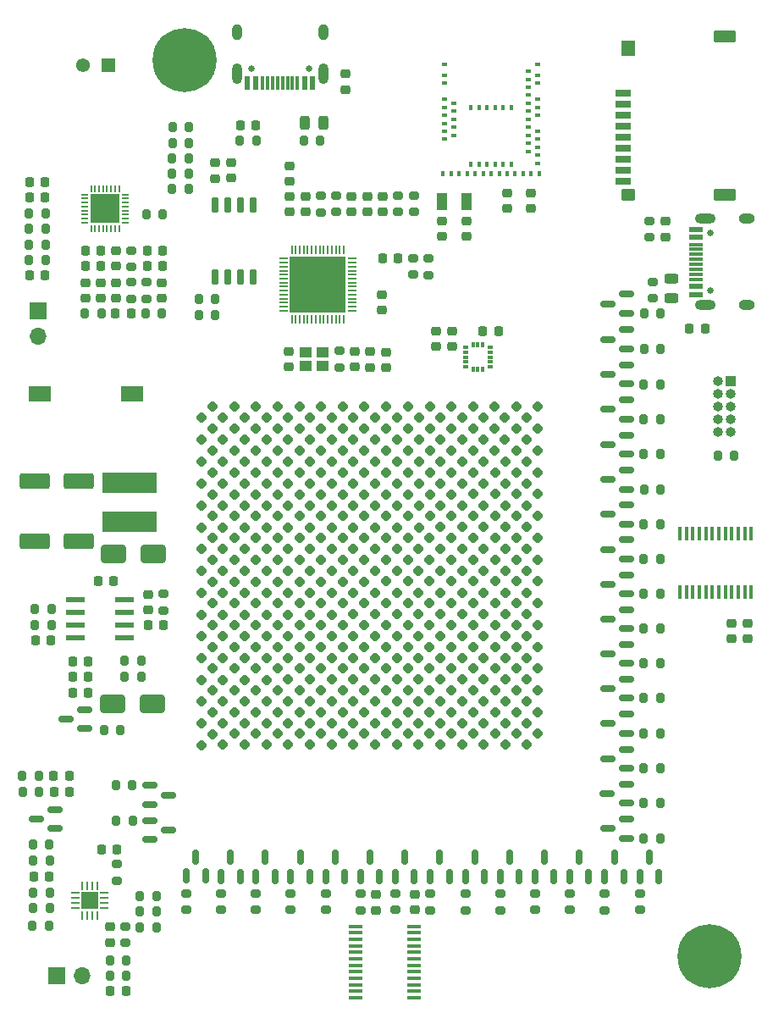
<source format=gbr>
%TF.GenerationSoftware,KiCad,Pcbnew,7.0.2*%
%TF.CreationDate,2023-07-17T10:45:44+03:00*%
%TF.ProjectId,DeskSandGlass,4465736b-5361-46e6-9447-6c6173732e6b,rev?*%
%TF.SameCoordinates,Original*%
%TF.FileFunction,Soldermask,Top*%
%TF.FilePolarity,Negative*%
%FSLAX46Y46*%
G04 Gerber Fmt 4.6, Leading zero omitted, Abs format (unit mm)*
G04 Created by KiCad (PCBNEW 7.0.2) date 2023-07-17 10:45:44*
%MOMM*%
%LPD*%
G01*
G04 APERTURE LIST*
G04 Aperture macros list*
%AMRoundRect*
0 Rectangle with rounded corners*
0 $1 Rounding radius*
0 $2 $3 $4 $5 $6 $7 $8 $9 X,Y pos of 4 corners*
0 Add a 4 corners polygon primitive as box body*
4,1,4,$2,$3,$4,$5,$6,$7,$8,$9,$2,$3,0*
0 Add four circle primitives for the rounded corners*
1,1,$1+$1,$2,$3*
1,1,$1+$1,$4,$5*
1,1,$1+$1,$6,$7*
1,1,$1+$1,$8,$9*
0 Add four rect primitives between the rounded corners*
20,1,$1+$1,$2,$3,$4,$5,0*
20,1,$1+$1,$4,$5,$6,$7,0*
20,1,$1+$1,$6,$7,$8,$9,0*
20,1,$1+$1,$8,$9,$2,$3,0*%
G04 Aperture macros list end*
%ADD10RoundRect,0.218750X0.026517X-0.335876X0.335876X-0.026517X-0.026517X0.335876X-0.335876X0.026517X0*%
%ADD11RoundRect,0.200000X-0.200000X-0.275000X0.200000X-0.275000X0.200000X0.275000X-0.200000X0.275000X0*%
%ADD12RoundRect,0.200000X0.275000X-0.200000X0.275000X0.200000X-0.275000X0.200000X-0.275000X-0.200000X0*%
%ADD13RoundRect,0.200000X0.200000X0.275000X-0.200000X0.275000X-0.200000X-0.275000X0.200000X-0.275000X0*%
%ADD14R,1.700000X1.700000*%
%ADD15O,1.700000X1.700000*%
%ADD16RoundRect,0.150000X0.587500X0.150000X-0.587500X0.150000X-0.587500X-0.150000X0.587500X-0.150000X0*%
%ADD17RoundRect,0.225000X0.225000X0.250000X-0.225000X0.250000X-0.225000X-0.250000X0.225000X-0.250000X0*%
%ADD18RoundRect,0.070000X0.730000X-0.280000X0.730000X0.280000X-0.730000X0.280000X-0.730000X-0.280000X0*%
%ADD19RoundRect,0.140000X0.560000X-0.660000X0.560000X0.660000X-0.560000X0.660000X-0.560000X-0.660000X0*%
%ADD20RoundRect,0.120000X0.580000X-0.480000X0.580000X0.480000X-0.580000X0.480000X-0.580000X-0.480000X0*%
%ADD21RoundRect,0.120000X0.980000X-0.480000X0.980000X0.480000X-0.980000X0.480000X-0.980000X-0.480000X0*%
%ADD22C,0.800000*%
%ADD23C,6.400000*%
%ADD24RoundRect,0.225000X-0.225000X-0.250000X0.225000X-0.250000X0.225000X0.250000X-0.225000X0.250000X0*%
%ADD25RoundRect,0.225000X0.250000X-0.225000X0.250000X0.225000X-0.250000X0.225000X-0.250000X-0.225000X0*%
%ADD26RoundRect,0.200000X-0.275000X0.200000X-0.275000X-0.200000X0.275000X-0.200000X0.275000X0.200000X0*%
%ADD27R,1.378000X1.378000*%
%ADD28C,1.378000*%
%ADD29RoundRect,0.150000X0.150000X-0.587500X0.150000X0.587500X-0.150000X0.587500X-0.150000X-0.587500X0*%
%ADD30C,0.650000*%
%ADD31R,0.600000X1.450000*%
%ADD32R,0.300000X1.450000*%
%ADD33O,1.000000X2.100000*%
%ADD34O,1.000000X1.600000*%
%ADD35RoundRect,0.225000X-0.250000X0.225000X-0.250000X-0.225000X0.250000X-0.225000X0.250000X0.225000X0*%
%ADD36RoundRect,0.150000X-0.587500X-0.150000X0.587500X-0.150000X0.587500X0.150000X-0.587500X0.150000X0*%
%ADD37RoundRect,0.243750X-0.456250X0.243750X-0.456250X-0.243750X0.456250X-0.243750X0.456250X0.243750X0*%
%ADD38R,0.600000X0.400000*%
%ADD39R,0.400000X0.600000*%
%ADD40R,0.355600X1.473200*%
%ADD41RoundRect,0.250000X1.250000X0.550000X-1.250000X0.550000X-1.250000X-0.550000X1.250000X-0.550000X0*%
%ADD42R,1.000000X1.800000*%
%ADD43RoundRect,0.218750X0.218750X0.256250X-0.218750X0.256250X-0.218750X-0.256250X0.218750X-0.256250X0*%
%ADD44R,5.500000X2.150000*%
%ADD45RoundRect,0.050000X-0.387500X-0.050000X0.387500X-0.050000X0.387500X0.050000X-0.387500X0.050000X0*%
%ADD46RoundRect,0.050000X-0.050000X-0.387500X0.050000X-0.387500X0.050000X0.387500X-0.050000X0.387500X0*%
%ADD47R,5.600000X5.600000*%
%ADD48RoundRect,0.243750X-0.243750X-0.456250X0.243750X-0.456250X0.243750X0.456250X-0.243750X0.456250X0*%
%ADD49RoundRect,0.250000X-1.000000X-0.650000X1.000000X-0.650000X1.000000X0.650000X-1.000000X0.650000X0*%
%ADD50RoundRect,0.150000X0.150000X-0.650000X0.150000X0.650000X-0.150000X0.650000X-0.150000X-0.650000X0*%
%ADD51RoundRect,0.087500X-0.187500X-0.087500X0.187500X-0.087500X0.187500X0.087500X-0.187500X0.087500X0*%
%ADD52RoundRect,0.087500X-0.087500X-0.187500X0.087500X-0.187500X0.087500X0.187500X-0.087500X0.187500X0*%
%ADD53R,1.150000X1.000000*%
%ADD54R,2.180000X1.600000*%
%ADD55R,1.000000X1.000000*%
%ADD56O,1.000000X1.000000*%
%ADD57RoundRect,0.218750X0.256250X-0.218750X0.256250X0.218750X-0.256250X0.218750X-0.256250X-0.218750X0*%
%ADD58RoundRect,0.050000X0.300000X0.050000X-0.300000X0.050000X-0.300000X-0.050000X0.300000X-0.050000X0*%
%ADD59RoundRect,0.050000X0.050000X0.300000X-0.050000X0.300000X-0.050000X-0.300000X0.050000X-0.300000X0*%
%ADD60R,2.900000X2.900000*%
%ADD61R,1.981200X0.558800*%
%ADD62RoundRect,0.218750X-0.256250X0.218750X-0.256250X-0.218750X0.256250X-0.218750X0.256250X0.218750X0*%
%ADD63R,0.254000X0.812800*%
%ADD64R,0.812800X0.254000*%
%ADD65R,1.752600X1.752600*%
%ADD66R,1.450000X0.600000*%
%ADD67R,1.450000X0.300000*%
%ADD68O,2.100000X1.000000*%
%ADD69O,1.600000X1.000000*%
%ADD70R,1.473200X0.355600*%
G04 APERTURE END LIST*
D10*
%TO.C,D29*%
X132863687Y-110582381D03*
X133977381Y-109468687D03*
%TD*%
D11*
%TO.C,R12*%
X174933034Y-81025534D03*
X176583034Y-81025534D03*
%TD*%
D12*
%TO.C,R9*%
X144505534Y-79365534D03*
X144505534Y-77715534D03*
%TD*%
D13*
%TO.C,R77*%
X115443034Y-135145534D03*
X113793034Y-135145534D03*
%TD*%
D10*
%TO.C,D65*%
X139388687Y-84407381D03*
X140502381Y-83293687D03*
%TD*%
D11*
%TO.C,R44*%
X113445534Y-67060534D03*
X115095534Y-67060534D03*
%TD*%
D14*
%TO.C,LS1*%
X114360534Y-73670534D03*
D15*
X114360534Y-76210534D03*
%TD*%
D16*
%TO.C,Q7*%
X173203034Y-94995534D03*
X173203034Y-93095534D03*
X171328034Y-94045534D03*
%TD*%
D10*
%TO.C,D181*%
X154588687Y-93157381D03*
X155702381Y-92043687D03*
%TD*%
%TO.C,D73*%
X139388687Y-101882381D03*
X140502381Y-100768687D03*
%TD*%
%TO.C,D177*%
X154613687Y-84407381D03*
X155727381Y-83293687D03*
%TD*%
D17*
%TO.C,C48*%
X115670534Y-106635534D03*
X114120534Y-106635534D03*
%TD*%
D10*
%TO.C,D85*%
X141563687Y-93157381D03*
X142677381Y-92043687D03*
%TD*%
%TO.C,D52*%
X137213687Y-90957381D03*
X138327381Y-89843687D03*
%TD*%
%TO.C,D14*%
X130688687Y-112757381D03*
X131802381Y-111643687D03*
%TD*%
%TO.C,D250*%
X163238687Y-104032381D03*
X164352381Y-102918687D03*
%TD*%
D18*
%TO.C,U10*%
X172905534Y-51935534D03*
X172905534Y-53035534D03*
X172905534Y-54135534D03*
X172905534Y-55235534D03*
X172905534Y-56335534D03*
X172905534Y-57435534D03*
X172905534Y-58535534D03*
X172905534Y-59635534D03*
X172905534Y-60735534D03*
D19*
X173405534Y-47435534D03*
D20*
X173405534Y-62135534D03*
D21*
X183005534Y-46235534D03*
X183005534Y-62135534D03*
%TD*%
D22*
%TO.C,REF\u002A\u002A*%
X179100000Y-138200000D03*
X179802944Y-136502944D03*
X179802944Y-139897056D03*
X181500000Y-135800000D03*
D23*
X181500000Y-138200000D03*
D22*
X181500000Y-140600000D03*
X183197056Y-136502944D03*
X183197056Y-139897056D03*
X183900000Y-138200000D03*
%TD*%
D10*
%TO.C,D150*%
X150238687Y-95332381D03*
X151352381Y-94218687D03*
%TD*%
%TO.C,D220*%
X158938687Y-108382381D03*
X160052381Y-107268687D03*
%TD*%
D24*
%TO.C,C42*%
X120723034Y-127545534D03*
X122273034Y-127545534D03*
%TD*%
D10*
%TO.C,D76*%
X139388687Y-108407381D03*
X140502381Y-107293687D03*
%TD*%
D25*
%TO.C,C51*%
X125405534Y-103595534D03*
X125405534Y-102045534D03*
%TD*%
D10*
%TO.C,D96*%
X141563687Y-117082381D03*
X142677381Y-115968687D03*
%TD*%
D26*
%TO.C,R39*%
X167535534Y-131935534D03*
X167535534Y-133585534D03*
%TD*%
D25*
%TO.C,C4*%
X145715534Y-63775534D03*
X145715534Y-62225534D03*
%TD*%
D26*
%TO.C,R40*%
X171035534Y-131955534D03*
X171035534Y-133605534D03*
%TD*%
D27*
%TO.C,MK1*%
X121435534Y-49155534D03*
D28*
X118895534Y-49155534D03*
%TD*%
D29*
%TO.C,Q22*%
X139645534Y-130213034D03*
X141545534Y-130213034D03*
X140595534Y-128338034D03*
%TD*%
D10*
%TO.C,D75*%
X139388687Y-106232381D03*
X140502381Y-105118687D03*
%TD*%
%TO.C,D20*%
X132863687Y-90957381D03*
X133977381Y-89843687D03*
%TD*%
%TO.C,D38*%
X135038687Y-95332381D03*
X136152381Y-94218687D03*
%TD*%
D30*
%TO.C,J1*%
X141450534Y-49495534D03*
X135670534Y-49495534D03*
D31*
X141810534Y-50940534D03*
X141010534Y-50940534D03*
D32*
X139810534Y-50940534D03*
X138810534Y-50940534D03*
X138310534Y-50940534D03*
X137310534Y-50940534D03*
D31*
X136110534Y-50940534D03*
X135310534Y-50940534D03*
X135310534Y-50940534D03*
X136110534Y-50940534D03*
D32*
X136810534Y-50940534D03*
X137810534Y-50940534D03*
X139310534Y-50940534D03*
X140310534Y-50940534D03*
D31*
X141010534Y-50940534D03*
X141810534Y-50940534D03*
D33*
X142880534Y-50025534D03*
D34*
X142880534Y-45845534D03*
D33*
X134240534Y-50025534D03*
D34*
X134240534Y-45845534D03*
%TD*%
D10*
%TO.C,D198*%
X156763687Y-95307381D03*
X157877381Y-94193687D03*
%TD*%
%TO.C,D59*%
X137213687Y-106232381D03*
X138327381Y-105118687D03*
%TD*%
D25*
%TO.C,C16*%
X155735534Y-77295534D03*
X155735534Y-75745534D03*
%TD*%
D11*
%TO.C,R10*%
X174978034Y-73965534D03*
X176628034Y-73965534D03*
%TD*%
D16*
%TO.C,Q12*%
X173190534Y-112420534D03*
X173190534Y-110520534D03*
X171315534Y-111470534D03*
%TD*%
D10*
%TO.C,D162*%
X152438687Y-86582381D03*
X153552381Y-85468687D03*
%TD*%
%TO.C,D122*%
X145888687Y-104032381D03*
X147002381Y-102918687D03*
%TD*%
D13*
%TO.C,R82*%
X124700534Y-110255534D03*
X123050534Y-110255534D03*
%TD*%
D35*
%TO.C,C24*%
X120650534Y-70895534D03*
X120650534Y-72445534D03*
%TD*%
D10*
%TO.C,D92*%
X141563687Y-108382381D03*
X142677381Y-107268687D03*
%TD*%
%TO.C,D69*%
X139388687Y-93157381D03*
X140502381Y-92043687D03*
%TD*%
%TO.C,D98*%
X143713687Y-86582381D03*
X144827381Y-85468687D03*
%TD*%
%TO.C,D178*%
X154613687Y-86582381D03*
X155727381Y-85468687D03*
%TD*%
%TO.C,D93*%
X141563687Y-110557381D03*
X142677381Y-109443687D03*
%TD*%
%TO.C,D237*%
X161088687Y-110557381D03*
X162202381Y-109443687D03*
%TD*%
%TO.C,D12*%
X130688687Y-108407381D03*
X131802381Y-107293687D03*
%TD*%
%TO.C,D138*%
X148038687Y-104032381D03*
X149152381Y-102918687D03*
%TD*%
D26*
%TO.C,R28*%
X129195534Y-131920534D03*
X129195534Y-133570534D03*
%TD*%
D36*
%TO.C,Q17*%
X125550534Y-121135534D03*
X125550534Y-123035534D03*
X127425534Y-122085534D03*
%TD*%
D10*
%TO.C,D213*%
X158938687Y-93132381D03*
X160052381Y-92018687D03*
%TD*%
D26*
%TO.C,R35*%
X153605534Y-131955534D03*
X153605534Y-133605534D03*
%TD*%
D11*
%TO.C,R53*%
X113445534Y-68600534D03*
X115095534Y-68600534D03*
%TD*%
D37*
%TO.C,F2*%
X177675000Y-70512500D03*
X177675000Y-72387500D03*
%TD*%
D17*
%TO.C,C41*%
X115468034Y-130255534D03*
X113918034Y-130255534D03*
%TD*%
D10*
%TO.C,D221*%
X158938687Y-110557381D03*
X160052381Y-109443687D03*
%TD*%
D38*
%TO.C,U7*%
X155030534Y-49045534D03*
X155030534Y-50145534D03*
X155030534Y-50945534D03*
X155030534Y-52545534D03*
X155930534Y-52945534D03*
X155030534Y-53345534D03*
X155930534Y-53745534D03*
X155030534Y-54145534D03*
X155930534Y-54545534D03*
X155030534Y-54945534D03*
X155930534Y-55345534D03*
X155030534Y-55745534D03*
X155930534Y-56145534D03*
X155030534Y-56545534D03*
D39*
X154880534Y-59945534D03*
X155680534Y-59945534D03*
X156480534Y-59945534D03*
X157280534Y-59945534D03*
X157680534Y-59045534D03*
X158080534Y-59945534D03*
X158480534Y-59045534D03*
X158880534Y-59945534D03*
X159280534Y-59045534D03*
X159680534Y-59945534D03*
X160080534Y-59045534D03*
X160480534Y-59945534D03*
X160880534Y-59045534D03*
X161280534Y-59945534D03*
X161680534Y-59045534D03*
X162080534Y-59945534D03*
X162880534Y-59945534D03*
X163680534Y-59945534D03*
X164480534Y-59945534D03*
D38*
X164330534Y-58945534D03*
X164330534Y-58145534D03*
X163430534Y-57745534D03*
X164330534Y-57345534D03*
X163430534Y-56945534D03*
X164330534Y-56545534D03*
X163430534Y-56145534D03*
X164330534Y-55745534D03*
X163430534Y-55345534D03*
X163430534Y-54545534D03*
X164330534Y-54145534D03*
X163430534Y-53745534D03*
X164330534Y-53345534D03*
X163430534Y-52945534D03*
X164330534Y-52545534D03*
X163430534Y-52145534D03*
X163430534Y-51345534D03*
X164330534Y-50945534D03*
X163430534Y-50545534D03*
X164330534Y-50145534D03*
X163430534Y-49745534D03*
X164330534Y-49045534D03*
D39*
X157680534Y-53345534D03*
X158480534Y-53345534D03*
X159280534Y-53345534D03*
X160080534Y-53345534D03*
X160880534Y-53345534D03*
X161680534Y-53345534D03*
%TD*%
D10*
%TO.C,D86*%
X141563687Y-95332381D03*
X142677381Y-94218687D03*
%TD*%
D16*
%TO.C,Q9*%
X173203034Y-101995534D03*
X173203034Y-100095534D03*
X171328034Y-101045534D03*
%TD*%
D10*
%TO.C,D256*%
X163238687Y-117082381D03*
X164352381Y-115968687D03*
%TD*%
%TO.C,D246*%
X163238687Y-95307381D03*
X164352381Y-94193687D03*
%TD*%
D11*
%TO.C,R67*%
X124563034Y-135315534D03*
X126213034Y-135315534D03*
%TD*%
D10*
%TO.C,D43*%
X135038687Y-106232381D03*
X136152381Y-105118687D03*
%TD*%
%TO.C,D5*%
X130688687Y-93157381D03*
X131802381Y-92043687D03*
%TD*%
D26*
%TO.C,R31*%
X139645534Y-131940534D03*
X139645534Y-133590534D03*
%TD*%
D35*
%TO.C,C10*%
X139545534Y-59190534D03*
X139545534Y-60740534D03*
%TD*%
D10*
%TO.C,D63*%
X137213687Y-114907381D03*
X138327381Y-113793687D03*
%TD*%
%TO.C,D167*%
X152413687Y-97507381D03*
X153527381Y-96393687D03*
%TD*%
D35*
%TO.C,C38*%
X157230534Y-64690534D03*
X157230534Y-66240534D03*
%TD*%
D16*
%TO.C,Q8*%
X173190534Y-98495534D03*
X173190534Y-96595534D03*
X171315534Y-97545534D03*
%TD*%
D10*
%TO.C,D182*%
X154613687Y-95307381D03*
X155727381Y-94193687D03*
%TD*%
%TO.C,D166*%
X152438687Y-95332381D03*
X153552381Y-94218687D03*
%TD*%
%TO.C,D188*%
X154613687Y-108382381D03*
X155727381Y-107268687D03*
%TD*%
D25*
%TO.C,C17*%
X154155534Y-77295534D03*
X154155534Y-75745534D03*
%TD*%
D13*
%TO.C,R80*%
X115720534Y-105085534D03*
X114070534Y-105085534D03*
%TD*%
D40*
%TO.C,U5*%
X185690534Y-95978534D03*
X185040535Y-95978534D03*
X184390537Y-95978534D03*
X183740536Y-95978534D03*
X183090537Y-95978534D03*
X182440536Y-95978534D03*
X181790537Y-95978534D03*
X181140536Y-95978534D03*
X180490537Y-95978534D03*
X179840536Y-95978534D03*
X179190537Y-95978534D03*
X178540536Y-95978534D03*
X178540536Y-101820534D03*
X179190535Y-101820534D03*
X179840536Y-101820534D03*
X180490534Y-101820534D03*
X181140536Y-101820534D03*
X181790534Y-101820534D03*
X182440533Y-101820534D03*
X183090534Y-101820534D03*
X183740533Y-101820534D03*
X184390534Y-101820534D03*
X185040533Y-101820534D03*
X185690534Y-101820534D03*
%TD*%
D10*
%TO.C,D163*%
X152438687Y-88782381D03*
X153552381Y-87668687D03*
%TD*%
D13*
%TO.C,R57*%
X126860534Y-64050534D03*
X125210534Y-64050534D03*
%TD*%
D10*
%TO.C,D129*%
X148063687Y-84407381D03*
X149177381Y-83293687D03*
%TD*%
D13*
%TO.C,R46*%
X129425534Y-61535534D03*
X127775534Y-61535534D03*
%TD*%
D17*
%TO.C,C26*%
X115065534Y-70145534D03*
X113515534Y-70145534D03*
%TD*%
D10*
%TO.C,D88*%
X141563687Y-99707381D03*
X142677381Y-98593687D03*
%TD*%
%TO.C,D90*%
X141563687Y-104057381D03*
X142677381Y-102943687D03*
%TD*%
%TO.C,D200*%
X156763687Y-99682381D03*
X157877381Y-98568687D03*
%TD*%
D17*
%TO.C,C46*%
X119380534Y-110295534D03*
X117830534Y-110295534D03*
%TD*%
D10*
%TO.C,D112*%
X143738687Y-117082381D03*
X144852381Y-115968687D03*
%TD*%
D11*
%TO.C,R64*%
X121560534Y-138600534D03*
X123210534Y-138600534D03*
%TD*%
D10*
%TO.C,D89*%
X141563687Y-101882381D03*
X142677381Y-100768687D03*
%TD*%
D11*
%TO.C,R69*%
X124553034Y-132225534D03*
X126203034Y-132225534D03*
%TD*%
D29*
%TO.C,Q21*%
X136145534Y-130213034D03*
X138045534Y-130213034D03*
X137095534Y-128338034D03*
%TD*%
D24*
%TO.C,C50*%
X125380534Y-105135534D03*
X126930534Y-105135534D03*
%TD*%
D10*
%TO.C,D11*%
X130688687Y-106232381D03*
X131802381Y-105118687D03*
%TD*%
%TO.C,D3*%
X130688687Y-88757381D03*
X131802381Y-87643687D03*
%TD*%
%TO.C,D46*%
X135038687Y-112757381D03*
X136152381Y-111643687D03*
%TD*%
%TO.C,D253*%
X163238687Y-110557381D03*
X164352381Y-109443687D03*
%TD*%
%TO.C,D45*%
X135038687Y-110582381D03*
X136152381Y-109468687D03*
%TD*%
D36*
%TO.C,Q18*%
X125563034Y-124635534D03*
X125563034Y-126535534D03*
X127438034Y-125585534D03*
%TD*%
D10*
%TO.C,D57*%
X137213687Y-101882381D03*
X138327381Y-100768687D03*
%TD*%
D16*
%TO.C,Q10*%
X173203034Y-105470534D03*
X173203034Y-103570534D03*
X171328034Y-104520534D03*
%TD*%
D10*
%TO.C,D165*%
X152438687Y-93157381D03*
X153552381Y-92043687D03*
%TD*%
D11*
%TO.C,R19*%
X174923034Y-105485534D03*
X176573034Y-105485534D03*
%TD*%
D10*
%TO.C,D174*%
X152413687Y-112732381D03*
X153527381Y-111618687D03*
%TD*%
D25*
%TO.C,C13*%
X146055534Y-79325534D03*
X146055534Y-77775534D03*
%TD*%
D10*
%TO.C,D9*%
X130688687Y-101882381D03*
X131802381Y-100768687D03*
%TD*%
%TO.C,D206*%
X156763687Y-112732381D03*
X157877381Y-111618687D03*
%TD*%
%TO.C,D101*%
X143713687Y-93157381D03*
X144827381Y-92043687D03*
%TD*%
D11*
%TO.C,R62*%
X121550534Y-140160534D03*
X123200534Y-140160534D03*
%TD*%
D10*
%TO.C,D107*%
X143738687Y-106207381D03*
X144852381Y-105093687D03*
%TD*%
%TO.C,D103*%
X143713687Y-97507381D03*
X144827381Y-96393687D03*
%TD*%
D11*
%TO.C,R18*%
X174923034Y-102005534D03*
X176573034Y-102005534D03*
%TD*%
D10*
%TO.C,D184*%
X154613687Y-99682381D03*
X155727381Y-98568687D03*
%TD*%
%TO.C,D81*%
X141563687Y-84407381D03*
X142677381Y-83293687D03*
%TD*%
%TO.C,D137*%
X148063687Y-101857381D03*
X149177381Y-100743687D03*
%TD*%
%TO.C,D238*%
X161088687Y-112732381D03*
X162202381Y-111618687D03*
%TD*%
%TO.C,D214*%
X158938687Y-95307381D03*
X160052381Y-94193687D03*
%TD*%
%TO.C,D203*%
X156763687Y-106207381D03*
X157877381Y-105093687D03*
%TD*%
D17*
%TO.C,C35*%
X120650534Y-67650534D03*
X119100534Y-67650534D03*
%TD*%
D35*
%TO.C,C7*%
X149135534Y-77810534D03*
X149135534Y-79360534D03*
%TD*%
D17*
%TO.C,C45*%
X119390534Y-108745534D03*
X117840534Y-108745534D03*
%TD*%
D24*
%TO.C,C34*%
X119110534Y-69200534D03*
X120660534Y-69200534D03*
%TD*%
D10*
%TO.C,D218*%
X158938687Y-104032381D03*
X160052381Y-102918687D03*
%TD*%
%TO.C,D204*%
X156763687Y-108382381D03*
X157877381Y-107268687D03*
%TD*%
D35*
%TO.C,C8*%
X148775000Y-72100000D03*
X148775000Y-73650000D03*
%TD*%
D10*
%TO.C,D40*%
X135038687Y-99707381D03*
X136152381Y-98593687D03*
%TD*%
D24*
%TO.C,C31*%
X125260534Y-67700534D03*
X126810534Y-67700534D03*
%TD*%
D10*
%TO.C,D147*%
X150238687Y-88782381D03*
X151352381Y-87668687D03*
%TD*%
D11*
%TO.C,R54*%
X119055534Y-73960534D03*
X120705534Y-73960534D03*
%TD*%
D10*
%TO.C,D212*%
X158938687Y-90957381D03*
X160052381Y-89843687D03*
%TD*%
D16*
%TO.C,Q1*%
X173240534Y-73945534D03*
X173240534Y-72045534D03*
X171365534Y-72995534D03*
%TD*%
D10*
%TO.C,D33*%
X135038687Y-84407381D03*
X136152381Y-83293687D03*
%TD*%
%TO.C,D87*%
X141563687Y-97507381D03*
X142677381Y-96393687D03*
%TD*%
%TO.C,D191*%
X154613687Y-114907381D03*
X155727381Y-113793687D03*
%TD*%
%TO.C,D51*%
X137213687Y-88782381D03*
X138327381Y-87668687D03*
%TD*%
D13*
%TO.C,R45*%
X129470534Y-55335534D03*
X127820534Y-55335534D03*
%TD*%
D41*
%TO.C,C53*%
X118415534Y-90745534D03*
X114015534Y-90745534D03*
%TD*%
D10*
%TO.C,D77*%
X139388687Y-110557381D03*
X140502381Y-109443687D03*
%TD*%
%TO.C,D118*%
X145888687Y-95332381D03*
X147002381Y-94218687D03*
%TD*%
D14*
%TO.C,J4*%
X116215534Y-140165534D03*
D15*
X118755534Y-140165534D03*
%TD*%
D10*
%TO.C,D24*%
X132863687Y-99707381D03*
X133977381Y-98593687D03*
%TD*%
D26*
%TO.C,R30*%
X136135534Y-131940534D03*
X136135534Y-133590534D03*
%TD*%
D24*
%TO.C,C30*%
X125260534Y-69240534D03*
X126810534Y-69240534D03*
%TD*%
D26*
%TO.C,R3*%
X142635534Y-62200534D03*
X142635534Y-63850534D03*
%TD*%
%TO.C,R34*%
X150095534Y-131935534D03*
X150095534Y-133585534D03*
%TD*%
D25*
%TO.C,C12*%
X132050000Y-60450000D03*
X132050000Y-58900000D03*
%TD*%
D16*
%TO.C,Q33*%
X116057500Y-125430000D03*
X116057500Y-123530000D03*
X114182500Y-124480000D03*
%TD*%
D10*
%TO.C,D180*%
X154613687Y-90957381D03*
X155727381Y-89843687D03*
%TD*%
D42*
%TO.C,Y2*%
X154750534Y-62735534D03*
X157250534Y-62735534D03*
%TD*%
D26*
%TO.C,R50*%
X125240534Y-70835534D03*
X125240534Y-72485534D03*
%TD*%
D10*
%TO.C,D70*%
X139388687Y-95332381D03*
X140502381Y-94218687D03*
%TD*%
%TO.C,D55*%
X137213687Y-97507381D03*
X138327381Y-96393687D03*
%TD*%
%TO.C,D99*%
X143713687Y-88782381D03*
X144827381Y-87668687D03*
%TD*%
D35*
%TO.C,C32*%
X122175534Y-67675534D03*
X122175534Y-69225534D03*
%TD*%
D43*
%TO.C,D258*%
X117507500Y-120210000D03*
X115932500Y-120210000D03*
%TD*%
D10*
%TO.C,D110*%
X143738687Y-112732381D03*
X144852381Y-111618687D03*
%TD*%
D13*
%TO.C,R6*%
X136195534Y-56715534D03*
X134545534Y-56715534D03*
%TD*%
D10*
%TO.C,D120*%
X145888687Y-99707381D03*
X147002381Y-98593687D03*
%TD*%
D29*
%TO.C,Q28*%
X160595534Y-130213034D03*
X162495534Y-130213034D03*
X161545534Y-128338034D03*
%TD*%
D24*
%TO.C,C18*%
X158860534Y-75730534D03*
X160410534Y-75730534D03*
%TD*%
D10*
%TO.C,D84*%
X141563687Y-90957381D03*
X142677381Y-89843687D03*
%TD*%
D29*
%TO.C,Q23*%
X143120534Y-130213034D03*
X145020534Y-130213034D03*
X144070534Y-128338034D03*
%TD*%
D13*
%TO.C,R68*%
X115523034Y-131835534D03*
X113873034Y-131835534D03*
%TD*%
D10*
%TO.C,D226*%
X161063687Y-86582381D03*
X162177381Y-85468687D03*
%TD*%
%TO.C,D16*%
X130688687Y-117107381D03*
X131802381Y-115993687D03*
%TD*%
D44*
%TO.C,L5*%
X123475534Y-94760534D03*
X123475534Y-90910534D03*
%TD*%
D16*
%TO.C,Q3*%
X173203034Y-81020534D03*
X173203034Y-79120534D03*
X171328034Y-80070534D03*
%TD*%
D10*
%TO.C,D78*%
X139388687Y-112732381D03*
X140502381Y-111618687D03*
%TD*%
%TO.C,D95*%
X141563687Y-114907381D03*
X142677381Y-113793687D03*
%TD*%
D45*
%TO.C,U1*%
X138898034Y-68478034D03*
X138898034Y-68878034D03*
X138898034Y-69278034D03*
X138898034Y-69678034D03*
X138898034Y-70078034D03*
X138898034Y-70478034D03*
X138898034Y-70878034D03*
X138898034Y-71278034D03*
X138898034Y-71678034D03*
X138898034Y-72078034D03*
X138898034Y-72478034D03*
X138898034Y-72878034D03*
X138898034Y-73278034D03*
X138898034Y-73678034D03*
D46*
X139735534Y-74515534D03*
X140135534Y-74515534D03*
X140535534Y-74515534D03*
X140935534Y-74515534D03*
X141335534Y-74515534D03*
X141735534Y-74515534D03*
X142135534Y-74515534D03*
X142535534Y-74515534D03*
X142935534Y-74515534D03*
X143335534Y-74515534D03*
X143735534Y-74515534D03*
X144135534Y-74515534D03*
X144535534Y-74515534D03*
X144935534Y-74515534D03*
D45*
X145773034Y-73678034D03*
X145773034Y-73278034D03*
X145773034Y-72878034D03*
X145773034Y-72478034D03*
X145773034Y-72078034D03*
X145773034Y-71678034D03*
X145773034Y-71278034D03*
X145773034Y-70878034D03*
X145773034Y-70478034D03*
X145773034Y-70078034D03*
X145773034Y-69678034D03*
X145773034Y-69278034D03*
X145773034Y-68878034D03*
X145773034Y-68478034D03*
D46*
X144935534Y-67640534D03*
X144535534Y-67640534D03*
X144135534Y-67640534D03*
X143735534Y-67640534D03*
X143335534Y-67640534D03*
X142935534Y-67640534D03*
X142535534Y-67640534D03*
X142135534Y-67640534D03*
X141735534Y-67640534D03*
X141335534Y-67640534D03*
X140935534Y-67640534D03*
X140535534Y-67640534D03*
X140135534Y-67640534D03*
X139735534Y-67640534D03*
D47*
X142335534Y-71078034D03*
%TD*%
D10*
%TO.C,D148*%
X150238687Y-90957381D03*
X151352381Y-89843687D03*
%TD*%
%TO.C,D186*%
X154613687Y-104032381D03*
X155727381Y-102918687D03*
%TD*%
%TO.C,D208*%
X156763687Y-117082381D03*
X157877381Y-115968687D03*
%TD*%
D35*
%TO.C,C21*%
X185300000Y-104900000D03*
X185300000Y-106450000D03*
%TD*%
D10*
%TO.C,D102*%
X143713687Y-95332381D03*
X144827381Y-94218687D03*
%TD*%
%TO.C,D105*%
X143713687Y-101882381D03*
X144827381Y-100768687D03*
%TD*%
%TO.C,D30*%
X132863687Y-112757381D03*
X133977381Y-111643687D03*
%TD*%
%TO.C,D151*%
X150238687Y-97507381D03*
X151352381Y-96393687D03*
%TD*%
D11*
%TO.C,R5*%
X140925534Y-56715534D03*
X142575534Y-56715534D03*
%TD*%
D26*
%TO.C,R33*%
X146615534Y-131955534D03*
X146615534Y-133605534D03*
%TD*%
D10*
%TO.C,D173*%
X152413687Y-110557381D03*
X153527381Y-109443687D03*
%TD*%
%TO.C,D136*%
X148063687Y-99707381D03*
X149177381Y-98593687D03*
%TD*%
%TO.C,D197*%
X156763687Y-93132381D03*
X157877381Y-92018687D03*
%TD*%
%TO.C,D18*%
X132863687Y-86582381D03*
X133977381Y-85468687D03*
%TD*%
%TO.C,D229*%
X161088687Y-93132381D03*
X162202381Y-92018687D03*
%TD*%
%TO.C,D13*%
X130688687Y-110582381D03*
X131802381Y-109468687D03*
%TD*%
%TO.C,D144*%
X148038687Y-117082381D03*
X149152381Y-115968687D03*
%TD*%
%TO.C,D71*%
X139388687Y-97507381D03*
X140502381Y-96393687D03*
%TD*%
D11*
%TO.C,R14*%
X174943034Y-88035534D03*
X176593034Y-88035534D03*
%TD*%
%TO.C,R11*%
X174973034Y-77505534D03*
X176623034Y-77505534D03*
%TD*%
D10*
%TO.C,D224*%
X158938687Y-117082381D03*
X160052381Y-115968687D03*
%TD*%
%TO.C,D53*%
X137213687Y-93157381D03*
X138327381Y-92043687D03*
%TD*%
D25*
%TO.C,C15*%
X139445534Y-79320534D03*
X139445534Y-77770534D03*
%TD*%
D48*
%TO.C,F1*%
X141003034Y-54925534D03*
X142878034Y-54925534D03*
%TD*%
D10*
%TO.C,D124*%
X145888687Y-108382381D03*
X147002381Y-107268687D03*
%TD*%
D17*
%TO.C,C49*%
X121900534Y-100665534D03*
X120350534Y-100665534D03*
%TD*%
D10*
%TO.C,D205*%
X156763687Y-110557381D03*
X157877381Y-109443687D03*
%TD*%
%TO.C,D140*%
X148038687Y-108382381D03*
X149152381Y-107268687D03*
%TD*%
%TO.C,D193*%
X156763687Y-84407381D03*
X157877381Y-83293687D03*
%TD*%
%TO.C,D171*%
X152413687Y-106207381D03*
X153527381Y-105093687D03*
%TD*%
%TO.C,D255*%
X163238687Y-114907381D03*
X164352381Y-113793687D03*
%TD*%
%TO.C,D234*%
X161088687Y-104032381D03*
X162202381Y-102918687D03*
%TD*%
D49*
%TO.C,D260*%
X121885534Y-98025534D03*
X125885534Y-98025534D03*
%TD*%
D17*
%TO.C,C25*%
X115045534Y-62375534D03*
X113495534Y-62375534D03*
%TD*%
D10*
%TO.C,D62*%
X137213687Y-112732381D03*
X138327381Y-111618687D03*
%TD*%
%TO.C,D121*%
X145888687Y-101882381D03*
X147002381Y-100768687D03*
%TD*%
%TO.C,D222*%
X158938687Y-112732381D03*
X160052381Y-111618687D03*
%TD*%
%TO.C,D146*%
X150238687Y-86582381D03*
X151352381Y-85468687D03*
%TD*%
%TO.C,D227*%
X161088687Y-88757381D03*
X162202381Y-87643687D03*
%TD*%
D50*
%TO.C,U2*%
X132050534Y-70300534D03*
X133320534Y-70300534D03*
X134590534Y-70300534D03*
X135860534Y-70300534D03*
X135860534Y-63100534D03*
X134590534Y-63100534D03*
X133320534Y-63100534D03*
X132050534Y-63100534D03*
%TD*%
D11*
%TO.C,R20*%
X174923034Y-108945534D03*
X176573034Y-108945534D03*
%TD*%
D10*
%TO.C,D189*%
X154613687Y-110557381D03*
X155727381Y-109443687D03*
%TD*%
%TO.C,D192*%
X154613687Y-117082381D03*
X155727381Y-115968687D03*
%TD*%
D29*
%TO.C,Q24*%
X146620534Y-130213034D03*
X148520534Y-130213034D03*
X147570534Y-128338034D03*
%TD*%
D16*
%TO.C,Q15*%
X173178034Y-122920534D03*
X173178034Y-121020534D03*
X171303034Y-121970534D03*
%TD*%
D11*
%TO.C,R17*%
X174923034Y-98505534D03*
X176573034Y-98505534D03*
%TD*%
D51*
%TO.C,U3*%
X157130534Y-77315534D03*
X157130534Y-77815534D03*
X157130534Y-78315534D03*
X157130534Y-78815534D03*
X157130534Y-79315534D03*
D52*
X157855534Y-79540534D03*
X158355534Y-79540534D03*
X158855534Y-79540534D03*
D51*
X159580534Y-79315534D03*
X159580534Y-78815534D03*
X159580534Y-78315534D03*
X159580534Y-77815534D03*
X159580534Y-77315534D03*
D52*
X158855534Y-77090534D03*
X158355534Y-77090534D03*
X157855534Y-77090534D03*
%TD*%
D10*
%TO.C,D185*%
X154613687Y-101857381D03*
X155727381Y-100743687D03*
%TD*%
%TO.C,D201*%
X156763687Y-101857381D03*
X157877381Y-100743687D03*
%TD*%
%TO.C,D28*%
X132863687Y-108407381D03*
X133977381Y-107293687D03*
%TD*%
%TO.C,D8*%
X130688687Y-99707381D03*
X131802381Y-98593687D03*
%TD*%
D53*
%TO.C,Y1*%
X142850534Y-77830534D03*
X141100534Y-77830534D03*
X141100534Y-79230534D03*
X142850534Y-79230534D03*
%TD*%
D10*
%TO.C,D97*%
X143713687Y-84407381D03*
X144827381Y-83293687D03*
%TD*%
%TO.C,D223*%
X158938687Y-114907381D03*
X160052381Y-113793687D03*
%TD*%
%TO.C,D2*%
X130688687Y-86582381D03*
X131802381Y-85468687D03*
%TD*%
%TO.C,D108*%
X143738687Y-108382381D03*
X144852381Y-107268687D03*
%TD*%
%TO.C,D172*%
X152413687Y-108382381D03*
X153527381Y-107268687D03*
%TD*%
%TO.C,D44*%
X135038687Y-108407381D03*
X136152381Y-107293687D03*
%TD*%
D35*
%TO.C,C23*%
X126770534Y-70885534D03*
X126770534Y-72435534D03*
%TD*%
D10*
%TO.C,D199*%
X156763687Y-97507381D03*
X157877381Y-96393687D03*
%TD*%
%TO.C,D36*%
X135038687Y-90957381D03*
X136152381Y-89843687D03*
%TD*%
D12*
%TO.C,R63*%
X153445534Y-70100534D03*
X153445534Y-68450534D03*
%TD*%
D10*
%TO.C,D194*%
X156763687Y-86582381D03*
X157877381Y-85468687D03*
%TD*%
%TO.C,D230*%
X161088687Y-95307381D03*
X162202381Y-94193687D03*
%TD*%
%TO.C,D32*%
X132863687Y-117082381D03*
X133977381Y-115968687D03*
%TD*%
D16*
%TO.C,Q14*%
X173190534Y-119420534D03*
X173190534Y-117520534D03*
X171315534Y-118470534D03*
%TD*%
D10*
%TO.C,D176*%
X152413687Y-117082381D03*
X153527381Y-115968687D03*
%TD*%
%TO.C,D210*%
X158913687Y-86582381D03*
X160027381Y-85468687D03*
%TD*%
D12*
%TO.C,R2*%
X150365534Y-63825534D03*
X150365534Y-62175534D03*
%TD*%
D25*
%TO.C,C40*%
X161280534Y-63445534D03*
X161280534Y-61895534D03*
%TD*%
D11*
%TO.C,R79*%
X114070534Y-103525534D03*
X115720534Y-103525534D03*
%TD*%
D13*
%TO.C,R72*%
X114475000Y-121760000D03*
X112825000Y-121760000D03*
%TD*%
D35*
%TO.C,C43*%
X121528034Y-135290534D03*
X121528034Y-136840534D03*
%TD*%
D10*
%TO.C,D196*%
X156763687Y-90957381D03*
X157877381Y-89843687D03*
%TD*%
%TO.C,D42*%
X135038687Y-104057381D03*
X136152381Y-102943687D03*
%TD*%
D16*
%TO.C,Q16*%
X173190534Y-126420534D03*
X173190534Y-124520534D03*
X171315534Y-125470534D03*
%TD*%
D11*
%TO.C,R25*%
X174923034Y-126435534D03*
X176573034Y-126435534D03*
%TD*%
D10*
%TO.C,D68*%
X139388687Y-90957381D03*
X140502381Y-89843687D03*
%TD*%
D13*
%TO.C,R8*%
X132075000Y-72550000D03*
X130425000Y-72550000D03*
%TD*%
D10*
%TO.C,D34*%
X135038687Y-86582381D03*
X136152381Y-85468687D03*
%TD*%
%TO.C,D1*%
X130688687Y-84407381D03*
X131802381Y-83293687D03*
%TD*%
%TO.C,D157*%
X150238687Y-110557381D03*
X151352381Y-109443687D03*
%TD*%
D16*
%TO.C,Q5*%
X173203034Y-88020534D03*
X173203034Y-86120534D03*
X171328034Y-87070534D03*
%TD*%
D10*
%TO.C,D190*%
X154613687Y-112732381D03*
X155727381Y-111618687D03*
%TD*%
D26*
%TO.C,R51*%
X123710534Y-70845534D03*
X123710534Y-72495534D03*
%TD*%
D16*
%TO.C,Q4*%
X173203034Y-84495534D03*
X173203034Y-82595534D03*
X171328034Y-83545534D03*
%TD*%
D10*
%TO.C,D132*%
X148063687Y-90957381D03*
X149177381Y-89843687D03*
%TD*%
D54*
%TO.C,SW1*%
X114555534Y-81975534D03*
X123735534Y-81975534D03*
%TD*%
D10*
%TO.C,D153*%
X150238687Y-101857381D03*
X151352381Y-100743687D03*
%TD*%
%TO.C,D100*%
X143713687Y-90957381D03*
X144827381Y-89843687D03*
%TD*%
D29*
%TO.C,Q26*%
X153595534Y-130213034D03*
X155495534Y-130213034D03*
X154545534Y-128338034D03*
%TD*%
D10*
%TO.C,D164*%
X152438687Y-90957381D03*
X153552381Y-89843687D03*
%TD*%
%TO.C,D133*%
X148063687Y-93157381D03*
X149177381Y-92043687D03*
%TD*%
D16*
%TO.C,Q2*%
X173228034Y-77495534D03*
X173228034Y-75595534D03*
X171353034Y-76545534D03*
%TD*%
D10*
%TO.C,D254*%
X163238687Y-112732381D03*
X164352381Y-111618687D03*
%TD*%
%TO.C,D236*%
X161088687Y-108382381D03*
X162202381Y-107268687D03*
%TD*%
D29*
%TO.C,Q32*%
X174570534Y-130213034D03*
X176470534Y-130213034D03*
X175520534Y-128338034D03*
%TD*%
D35*
%TO.C,C27*%
X119120534Y-70895534D03*
X119120534Y-72445534D03*
%TD*%
D11*
%TO.C,R83*%
X123050534Y-108705534D03*
X124700534Y-108705534D03*
%TD*%
D13*
%TO.C,R76*%
X115518034Y-128635534D03*
X113868034Y-128635534D03*
%TD*%
D11*
%TO.C,R21*%
X174923034Y-112415534D03*
X176573034Y-112415534D03*
%TD*%
D43*
%TO.C,L4*%
X181062500Y-75450000D03*
X179487500Y-75450000D03*
%TD*%
D10*
%TO.C,D6*%
X130688687Y-95332381D03*
X131802381Y-94218687D03*
%TD*%
%TO.C,D15*%
X130688687Y-114932381D03*
X131802381Y-113818687D03*
%TD*%
D12*
%TO.C,R81*%
X126935534Y-103645534D03*
X126935534Y-101995534D03*
%TD*%
D10*
%TO.C,D207*%
X156763687Y-114907381D03*
X157877381Y-113793687D03*
%TD*%
D13*
%TO.C,R47*%
X129435534Y-60005534D03*
X127785534Y-60005534D03*
%TD*%
D10*
%TO.C,D219*%
X158938687Y-106207381D03*
X160052381Y-105093687D03*
%TD*%
%TO.C,D240*%
X161088687Y-117082381D03*
X162202381Y-115968687D03*
%TD*%
%TO.C,D243*%
X163238687Y-88757381D03*
X164352381Y-87643687D03*
%TD*%
D55*
%TO.C,J3*%
X183615534Y-80735534D03*
D56*
X182345534Y-80735534D03*
X183615534Y-82005534D03*
X182345534Y-82005534D03*
X183615534Y-83275534D03*
X182345534Y-83275534D03*
X183615534Y-84545534D03*
X182345534Y-84545534D03*
X183615534Y-85815534D03*
X182345534Y-85815534D03*
%TD*%
D13*
%TO.C,R27*%
X123830534Y-124630534D03*
X122180534Y-124630534D03*
%TD*%
D10*
%TO.C,D113*%
X145888687Y-84407381D03*
X147002381Y-83293687D03*
%TD*%
D13*
%TO.C,R66*%
X115523034Y-133395534D03*
X113873034Y-133395534D03*
%TD*%
D10*
%TO.C,D195*%
X156763687Y-88782381D03*
X157877381Y-87668687D03*
%TD*%
%TO.C,D21*%
X132863687Y-93157381D03*
X133977381Y-92043687D03*
%TD*%
%TO.C,D22*%
X132863687Y-95332381D03*
X133977381Y-94218687D03*
%TD*%
%TO.C,D47*%
X135038687Y-114907381D03*
X136152381Y-113793687D03*
%TD*%
%TO.C,D119*%
X145888687Y-97507381D03*
X147002381Y-96393687D03*
%TD*%
%TO.C,D66*%
X139388687Y-86582381D03*
X140502381Y-85468687D03*
%TD*%
D26*
%TO.C,R4*%
X144175534Y-62180534D03*
X144175534Y-63830534D03*
%TD*%
D10*
%TO.C,D106*%
X143713687Y-104057381D03*
X144827381Y-102943687D03*
%TD*%
%TO.C,D175*%
X152413687Y-114907381D03*
X153527381Y-113793687D03*
%TD*%
%TO.C,D154*%
X150238687Y-104032381D03*
X151352381Y-102918687D03*
%TD*%
D25*
%TO.C,C6*%
X148815534Y-63780534D03*
X148815534Y-62230534D03*
%TD*%
%TO.C,C22*%
X148175000Y-133600000D03*
X148175000Y-132050000D03*
%TD*%
D10*
%TO.C,D242*%
X163238687Y-86582381D03*
X164352381Y-85468687D03*
%TD*%
D11*
%TO.C,R52*%
X113445534Y-63940534D03*
X115095534Y-63940534D03*
%TD*%
D10*
%TO.C,D233*%
X161088687Y-101857381D03*
X162202381Y-100743687D03*
%TD*%
D24*
%TO.C,C1*%
X134595534Y-55145534D03*
X136145534Y-55145534D03*
%TD*%
D10*
%TO.C,D251*%
X163238687Y-106207381D03*
X164352381Y-105093687D03*
%TD*%
D11*
%TO.C,R7*%
X130425000Y-74100000D03*
X132075000Y-74100000D03*
%TD*%
D10*
%TO.C,D211*%
X158913687Y-88782381D03*
X160027381Y-87668687D03*
%TD*%
%TO.C,D145*%
X150238687Y-84407381D03*
X151352381Y-83293687D03*
%TD*%
D16*
%TO.C,Q6*%
X173215534Y-91520534D03*
X173215534Y-89620534D03*
X171340534Y-90570534D03*
%TD*%
D10*
%TO.C,D125*%
X145888687Y-110557381D03*
X147002381Y-109443687D03*
%TD*%
%TO.C,D74*%
X139388687Y-104057381D03*
X140502381Y-102943687D03*
%TD*%
D12*
%TO.C,R60*%
X175535534Y-66350534D03*
X175535534Y-64700534D03*
%TD*%
%TO.C,R71*%
X122248034Y-130670534D03*
X122248034Y-129020534D03*
%TD*%
D10*
%TO.C,D27*%
X132863687Y-106232381D03*
X133977381Y-105118687D03*
%TD*%
D35*
%TO.C,C36*%
X177125534Y-64750534D03*
X177125534Y-66300534D03*
%TD*%
D10*
%TO.C,D209*%
X158913687Y-84407381D03*
X160027381Y-83293687D03*
%TD*%
D11*
%TO.C,R13*%
X174933034Y-84495534D03*
X176583034Y-84495534D03*
%TD*%
D10*
%TO.C,D50*%
X137213687Y-86582381D03*
X138327381Y-85468687D03*
%TD*%
%TO.C,D58*%
X137213687Y-104057381D03*
X138327381Y-102943687D03*
%TD*%
%TO.C,D244*%
X163238687Y-90957381D03*
X164352381Y-89843687D03*
%TD*%
%TO.C,D56*%
X137213687Y-99707381D03*
X138327381Y-98593687D03*
%TD*%
D57*
%TO.C,L3*%
X122180534Y-72448034D03*
X122180534Y-70873034D03*
%TD*%
D10*
%TO.C,D183*%
X154613687Y-97507381D03*
X155727381Y-96393687D03*
%TD*%
%TO.C,D131*%
X148063687Y-88782381D03*
X149177381Y-87668687D03*
%TD*%
D25*
%TO.C,C20*%
X152050000Y-133575000D03*
X152050000Y-132025000D03*
%TD*%
D10*
%TO.C,D158*%
X150238687Y-112732381D03*
X151352381Y-111618687D03*
%TD*%
%TO.C,D159*%
X150238687Y-114907381D03*
X151352381Y-113793687D03*
%TD*%
D29*
%TO.C,Q29*%
X164070534Y-130213034D03*
X165970534Y-130213034D03*
X165020534Y-128338034D03*
%TD*%
D10*
%TO.C,D64*%
X137213687Y-117082381D03*
X138327381Y-115968687D03*
%TD*%
D58*
%TO.C,U6*%
X123065534Y-64870534D03*
X123065534Y-64470534D03*
X123065534Y-64070534D03*
X123065534Y-63670534D03*
X123065534Y-63270534D03*
X123065534Y-62870534D03*
X123065534Y-62470534D03*
X123065534Y-62070534D03*
D59*
X122465534Y-61470534D03*
X122065534Y-61470534D03*
X121665534Y-61470534D03*
X121265534Y-61470534D03*
X120865534Y-61470534D03*
X120465534Y-61470534D03*
X120065534Y-61470534D03*
X119665534Y-61470534D03*
D58*
X119065534Y-62070534D03*
X119065534Y-62470534D03*
X119065534Y-62870534D03*
X119065534Y-63270534D03*
X119065534Y-63670534D03*
X119065534Y-64070534D03*
X119065534Y-64470534D03*
X119065534Y-64870534D03*
D59*
X119665534Y-65470534D03*
X120065534Y-65470534D03*
X120465534Y-65470534D03*
X120865534Y-65470534D03*
X121265534Y-65470534D03*
X121665534Y-65470534D03*
X122065534Y-65470534D03*
X122465534Y-65470534D03*
D60*
X121065534Y-63470534D03*
%TD*%
D29*
%TO.C,Q27*%
X157095534Y-130213034D03*
X158995534Y-130213034D03*
X158045534Y-128338034D03*
%TD*%
D10*
%TO.C,D114*%
X145888687Y-86582381D03*
X147002381Y-85468687D03*
%TD*%
D61*
%TO.C,U9*%
X118111734Y-102610534D03*
X118111734Y-103880534D03*
X118111734Y-105150534D03*
X118111734Y-106420534D03*
X123039334Y-106420534D03*
X123039334Y-105150534D03*
X123039334Y-103880534D03*
X123039334Y-102610534D03*
%TD*%
D11*
%TO.C,R61*%
X182350000Y-88200000D03*
X184000000Y-88200000D03*
%TD*%
D10*
%TO.C,D25*%
X132863687Y-101882381D03*
X133977381Y-100768687D03*
%TD*%
%TO.C,D123*%
X145888687Y-106207381D03*
X147002381Y-105093687D03*
%TD*%
%TO.C,D79*%
X139388687Y-114907381D03*
X140502381Y-113793687D03*
%TD*%
%TO.C,D4*%
X130688687Y-90957381D03*
X131802381Y-89843687D03*
%TD*%
%TO.C,D228*%
X161088687Y-90957381D03*
X162202381Y-89843687D03*
%TD*%
%TO.C,D170*%
X152413687Y-104032381D03*
X153527381Y-102918687D03*
%TD*%
D11*
%TO.C,R16*%
X174943034Y-94995534D03*
X176593034Y-94995534D03*
%TD*%
D10*
%TO.C,D91*%
X141563687Y-106232381D03*
X142677381Y-105118687D03*
%TD*%
%TO.C,D134*%
X148063687Y-95332381D03*
X149177381Y-94218687D03*
%TD*%
%TO.C,D48*%
X135038687Y-117082381D03*
X136152381Y-115968687D03*
%TD*%
%TO.C,D104*%
X143713687Y-99707381D03*
X144827381Y-98593687D03*
%TD*%
%TO.C,D161*%
X152438687Y-84407381D03*
X153552381Y-83293687D03*
%TD*%
D43*
%TO.C,L2*%
X123695534Y-73950534D03*
X122120534Y-73950534D03*
%TD*%
D25*
%TO.C,C39*%
X163680534Y-63445534D03*
X163680534Y-61895534D03*
%TD*%
D10*
%TO.C,D80*%
X139388687Y-117082381D03*
X140502381Y-115968687D03*
%TD*%
%TO.C,D54*%
X137213687Y-95332381D03*
X138327381Y-94218687D03*
%TD*%
D25*
%TO.C,C2*%
X141095534Y-63800534D03*
X141095534Y-62250534D03*
%TD*%
D26*
%TO.C,R38*%
X164065534Y-131935534D03*
X164065534Y-133585534D03*
%TD*%
D16*
%TO.C,Q11*%
X173190534Y-108945534D03*
X173190534Y-107045534D03*
X171315534Y-107995534D03*
%TD*%
D43*
%TO.C,D257*%
X117517500Y-121780000D03*
X115942500Y-121780000D03*
%TD*%
D10*
%TO.C,D130*%
X148063687Y-86582381D03*
X149177381Y-85468687D03*
%TD*%
%TO.C,D67*%
X139388687Y-88782381D03*
X140502381Y-87668687D03*
%TD*%
D29*
%TO.C,Q30*%
X167545534Y-130213034D03*
X169445534Y-130213034D03*
X168495534Y-128338034D03*
%TD*%
D10*
%TO.C,D126*%
X145888687Y-112732381D03*
X147002381Y-111618687D03*
%TD*%
%TO.C,D141*%
X148038687Y-110557381D03*
X149152381Y-109443687D03*
%TD*%
%TO.C,D202*%
X156763687Y-104032381D03*
X157877381Y-102918687D03*
%TD*%
D11*
%TO.C,R15*%
X174953034Y-91535534D03*
X176603034Y-91535534D03*
%TD*%
D10*
%TO.C,D19*%
X132863687Y-88757381D03*
X133977381Y-87643687D03*
%TD*%
D26*
%TO.C,R58*%
X123725534Y-67645534D03*
X123725534Y-69295534D03*
%TD*%
D49*
%TO.C,D259*%
X121838034Y-113015534D03*
X125838034Y-113015534D03*
%TD*%
D10*
%TO.C,D83*%
X141563687Y-88782381D03*
X142677381Y-87668687D03*
%TD*%
D41*
%TO.C,C52*%
X118415534Y-96745534D03*
X114015534Y-96745534D03*
%TD*%
D10*
%TO.C,D216*%
X158938687Y-99682381D03*
X160052381Y-98568687D03*
%TD*%
D11*
%TO.C,R23*%
X174923034Y-119415534D03*
X176573034Y-119415534D03*
%TD*%
D10*
%TO.C,D149*%
X150238687Y-93157381D03*
X151352381Y-92043687D03*
%TD*%
%TO.C,D245*%
X163238687Y-93132381D03*
X164352381Y-92018687D03*
%TD*%
%TO.C,D7*%
X130688687Y-97507381D03*
X131802381Y-96393687D03*
%TD*%
D13*
%TO.C,R73*%
X114455000Y-120220000D03*
X112805000Y-120220000D03*
%TD*%
D10*
%TO.C,D241*%
X163238687Y-84407381D03*
X164352381Y-83293687D03*
%TD*%
D11*
%TO.C,R24*%
X174913034Y-122925534D03*
X176563034Y-122925534D03*
%TD*%
D10*
%TO.C,D31*%
X132863687Y-114932381D03*
X133977381Y-113818687D03*
%TD*%
D16*
%TO.C,Q13*%
X173190534Y-115920534D03*
X173190534Y-114020534D03*
X171315534Y-114970534D03*
%TD*%
D10*
%TO.C,D217*%
X158938687Y-101857381D03*
X160052381Y-100743687D03*
%TD*%
%TO.C,D160*%
X150238687Y-117082381D03*
X151352381Y-115968687D03*
%TD*%
D62*
%TO.C,L1*%
X145080534Y-50030534D03*
X145080534Y-51605534D03*
%TD*%
D10*
%TO.C,D111*%
X143738687Y-114907381D03*
X144852381Y-113793687D03*
%TD*%
D25*
%TO.C,C5*%
X133700000Y-60435000D03*
X133700000Y-58885000D03*
%TD*%
%TO.C,C9*%
X147275534Y-63780534D03*
X147275534Y-62230534D03*
%TD*%
D10*
%TO.C,D215*%
X158938687Y-97507381D03*
X160052381Y-96393687D03*
%TD*%
D11*
%TO.C,R43*%
X113445534Y-65500534D03*
X115095534Y-65500534D03*
%TD*%
D10*
%TO.C,D109*%
X143738687Y-110557381D03*
X144852381Y-109443687D03*
%TD*%
%TO.C,D60*%
X137213687Y-108407381D03*
X138327381Y-107293687D03*
%TD*%
%TO.C,D41*%
X135038687Y-101882381D03*
X136152381Y-100768687D03*
%TD*%
%TO.C,D23*%
X132863687Y-97507381D03*
X133977381Y-96393687D03*
%TD*%
%TO.C,D232*%
X161088687Y-99682381D03*
X162202381Y-98568687D03*
%TD*%
%TO.C,D26*%
X132863687Y-104057381D03*
X133977381Y-102943687D03*
%TD*%
%TO.C,D37*%
X135038687Y-93157381D03*
X136152381Y-92043687D03*
%TD*%
%TO.C,D156*%
X150238687Y-108382381D03*
X151352381Y-107268687D03*
%TD*%
%TO.C,D61*%
X137213687Y-110582381D03*
X138327381Y-109468687D03*
%TD*%
D26*
%TO.C,R41*%
X174565534Y-131945534D03*
X174565534Y-133595534D03*
%TD*%
D10*
%TO.C,D252*%
X163238687Y-108382381D03*
X164352381Y-107268687D03*
%TD*%
%TO.C,D179*%
X154613687Y-88782381D03*
X155727381Y-87668687D03*
%TD*%
%TO.C,D115*%
X145888687Y-88782381D03*
X147002381Y-87668687D03*
%TD*%
D26*
%TO.C,R36*%
X157095534Y-131955534D03*
X157095534Y-133605534D03*
%TD*%
D10*
%TO.C,D155*%
X150238687Y-106207381D03*
X151352381Y-105093687D03*
%TD*%
D24*
%TO.C,C33*%
X113495534Y-60805534D03*
X115045534Y-60805534D03*
%TD*%
D13*
%TO.C,R74*%
X126198034Y-133765534D03*
X124548034Y-133765534D03*
%TD*%
D24*
%TO.C,C14*%
X148805534Y-68485534D03*
X150355534Y-68485534D03*
%TD*%
D26*
%TO.C,R32*%
X143125534Y-131930534D03*
X143125534Y-133580534D03*
%TD*%
D10*
%TO.C,D187*%
X154613687Y-106207381D03*
X155727381Y-105093687D03*
%TD*%
D12*
%TO.C,R1*%
X151935534Y-63800534D03*
X151935534Y-62150534D03*
%TD*%
D25*
%TO.C,C3*%
X139535534Y-63810534D03*
X139535534Y-62260534D03*
%TD*%
D26*
%TO.C,R59*%
X175850000Y-70800000D03*
X175850000Y-72450000D03*
%TD*%
D35*
%TO.C,C37*%
X154720534Y-64690534D03*
X154720534Y-66240534D03*
%TD*%
D11*
%TO.C,R22*%
X174923034Y-115925534D03*
X176573034Y-115925534D03*
%TD*%
D10*
%TO.C,D117*%
X145888687Y-93157381D03*
X147002381Y-92043687D03*
%TD*%
%TO.C,D231*%
X161088687Y-97507381D03*
X162202381Y-96393687D03*
%TD*%
D11*
%TO.C,R75*%
X113865000Y-127050000D03*
X115515000Y-127050000D03*
%TD*%
D29*
%TO.C,Q19*%
X129195534Y-130200534D03*
X131095534Y-130200534D03*
X130145534Y-128325534D03*
%TD*%
%TO.C,Q25*%
X150095534Y-130213034D03*
X151995534Y-130213034D03*
X151045534Y-128338034D03*
%TD*%
D17*
%TO.C,C47*%
X119375534Y-111845534D03*
X117825534Y-111845534D03*
%TD*%
D10*
%TO.C,D225*%
X161063687Y-84407381D03*
X162177381Y-83293687D03*
%TD*%
D11*
%TO.C,R42*%
X125115534Y-73950534D03*
X126765534Y-73950534D03*
%TD*%
D13*
%TO.C,R26*%
X123800534Y-121120534D03*
X122150534Y-121120534D03*
%TD*%
D63*
%TO.C,U8*%
X120293835Y-131171534D03*
X119793834Y-131171534D03*
X119293834Y-131171534D03*
X118793833Y-131171534D03*
D64*
X118070634Y-131894733D03*
X118070634Y-132394734D03*
X118070634Y-132894734D03*
X118070634Y-133394735D03*
D63*
X118793833Y-134117934D03*
X119293834Y-134117934D03*
X119793834Y-134117934D03*
X120293835Y-134117934D03*
D64*
X121017034Y-133394735D03*
X121017034Y-132894734D03*
X121017034Y-132394734D03*
X121017034Y-131894733D03*
D65*
X119543834Y-132644734D03*
%TD*%
D29*
%TO.C,Q20*%
X132670534Y-130213034D03*
X134570534Y-130213034D03*
X133620534Y-128338034D03*
%TD*%
D13*
%TO.C,R78*%
X122610534Y-115645534D03*
X120960534Y-115645534D03*
%TD*%
D10*
%TO.C,D168*%
X152413687Y-99682381D03*
X153527381Y-98568687D03*
%TD*%
%TO.C,D10*%
X130688687Y-104057381D03*
X131802381Y-102943687D03*
%TD*%
D30*
%TO.C,J2*%
X181585534Y-71695534D03*
X181585534Y-65915534D03*
D66*
X180140534Y-72055534D03*
X180140534Y-71255534D03*
D67*
X180140534Y-70055534D03*
X180140534Y-69055534D03*
X180140534Y-68555534D03*
X180140534Y-67555534D03*
D66*
X180140534Y-66355534D03*
X180140534Y-65555534D03*
X180140534Y-65555534D03*
X180140534Y-66355534D03*
D67*
X180140534Y-67055534D03*
X180140534Y-68055534D03*
X180140534Y-69555534D03*
X180140534Y-70555534D03*
D66*
X180140534Y-71255534D03*
X180140534Y-72055534D03*
D68*
X181055534Y-73125534D03*
D69*
X185235534Y-73125534D03*
D68*
X181055534Y-64485534D03*
D69*
X185235534Y-64485534D03*
%TD*%
D10*
%TO.C,D235*%
X161088687Y-106207381D03*
X162202381Y-105093687D03*
%TD*%
D24*
%TO.C,C44*%
X121590534Y-141720534D03*
X123140534Y-141720534D03*
%TD*%
D10*
%TO.C,D152*%
X150238687Y-99682381D03*
X151352381Y-98568687D03*
%TD*%
%TO.C,D128*%
X145888687Y-117082381D03*
X147002381Y-115968687D03*
%TD*%
D22*
%TO.C,REF\u002A\u002A*%
X126600000Y-48600000D03*
X127302944Y-46902944D03*
X127302944Y-50297056D03*
X129000000Y-46200000D03*
D23*
X129000000Y-48600000D03*
D22*
X129000000Y-51000000D03*
X130697056Y-46902944D03*
X130697056Y-50297056D03*
X131400000Y-48600000D03*
%TD*%
D29*
%TO.C,Q31*%
X171045534Y-130213034D03*
X172945534Y-130213034D03*
X171995534Y-128338034D03*
%TD*%
D13*
%TO.C,R48*%
X129435534Y-58465534D03*
X127785534Y-58465534D03*
%TD*%
D10*
%TO.C,D139*%
X148038687Y-106207381D03*
X149152381Y-105093687D03*
%TD*%
%TO.C,D142*%
X148038687Y-112732381D03*
X149152381Y-111618687D03*
%TD*%
D16*
%TO.C,Q34*%
X119013034Y-115465534D03*
X119013034Y-113565534D03*
X117138034Y-114515534D03*
%TD*%
D10*
%TO.C,D17*%
X132863687Y-84407381D03*
X133977381Y-83293687D03*
%TD*%
%TO.C,D247*%
X163238687Y-97507381D03*
X164352381Y-96393687D03*
%TD*%
%TO.C,D127*%
X145888687Y-114907381D03*
X147002381Y-113793687D03*
%TD*%
D12*
%TO.C,R70*%
X123088034Y-136890534D03*
X123088034Y-135240534D03*
%TD*%
D10*
%TO.C,D39*%
X135038687Y-97507381D03*
X136152381Y-96393687D03*
%TD*%
D35*
%TO.C,C11*%
X147595534Y-77790534D03*
X147595534Y-79340534D03*
%TD*%
D10*
%TO.C,D249*%
X163238687Y-101857381D03*
X164352381Y-100743687D03*
%TD*%
D35*
%TO.C,C19*%
X183750000Y-104900000D03*
X183750000Y-106450000D03*
%TD*%
D10*
%TO.C,D49*%
X137213687Y-84407381D03*
X138327381Y-83293687D03*
%TD*%
%TO.C,D135*%
X148063687Y-97507381D03*
X149177381Y-96393687D03*
%TD*%
%TO.C,D169*%
X152413687Y-101857381D03*
X153527381Y-100743687D03*
%TD*%
%TO.C,D82*%
X141563687Y-86582381D03*
X142677381Y-85468687D03*
%TD*%
D26*
%TO.C,R37*%
X160595534Y-131950534D03*
X160595534Y-133600534D03*
%TD*%
D10*
%TO.C,D143*%
X148038687Y-114907381D03*
X149152381Y-113793687D03*
%TD*%
D26*
%TO.C,R29*%
X132665534Y-131940534D03*
X132665534Y-133590534D03*
%TD*%
D10*
%TO.C,D94*%
X141563687Y-112732381D03*
X142677381Y-111618687D03*
%TD*%
%TO.C,D248*%
X163238687Y-99682381D03*
X164352381Y-98568687D03*
%TD*%
%TO.C,D72*%
X139388687Y-99707381D03*
X140502381Y-98593687D03*
%TD*%
%TO.C,D116*%
X145888687Y-90957381D03*
X147002381Y-89843687D03*
%TD*%
D12*
%TO.C,R65*%
X151895534Y-70085534D03*
X151895534Y-68435534D03*
%TD*%
D10*
%TO.C,D239*%
X161088687Y-114907381D03*
X162202381Y-113793687D03*
%TD*%
D70*
%TO.C,U4*%
X146144534Y-135220535D03*
X146144534Y-135870534D03*
X146144534Y-136520532D03*
X146144534Y-137170533D03*
X146144534Y-137820532D03*
X146144534Y-138470533D03*
X146144534Y-139120532D03*
X146144534Y-139770533D03*
X146144534Y-140420532D03*
X146144534Y-141070533D03*
X146144534Y-141720532D03*
X146144534Y-142370533D03*
X151986534Y-142370533D03*
X151986534Y-141720534D03*
X151986534Y-141070533D03*
X151986534Y-140420535D03*
X151986534Y-139770533D03*
X151986534Y-139120535D03*
X151986534Y-138470536D03*
X151986534Y-137820535D03*
X151986534Y-137170536D03*
X151986534Y-136520535D03*
X151986534Y-135870536D03*
X151986534Y-135220535D03*
%TD*%
D10*
%TO.C,D35*%
X135038687Y-88757381D03*
X136152381Y-87643687D03*
%TD*%
D13*
%TO.C,R49*%
X129465534Y-56915534D03*
X127815534Y-56915534D03*
%TD*%
M02*

</source>
